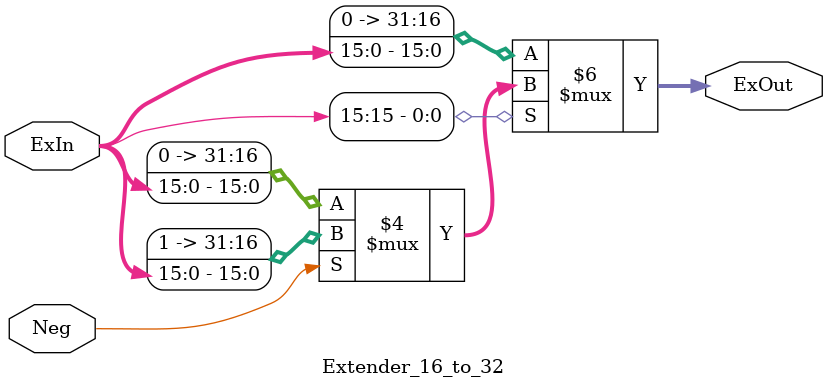
<source format=v>
module Extender_16_to_32 (ExIn, Neg, ExOut);

	input [15:0] ExIn;
	input Neg;
	output reg [31:0] ExOut;
	
	
	always @ (*)
			begin
				if (ExIn[15])
				begin
					if( Neg )
						ExOut <= {16'b1111111111111111, ExIn};
					else
						ExOut <= {16'b0, ExIn};
				end
				else
					ExOut <= {16'b0, ExIn};
			end

endmodule	

</source>
